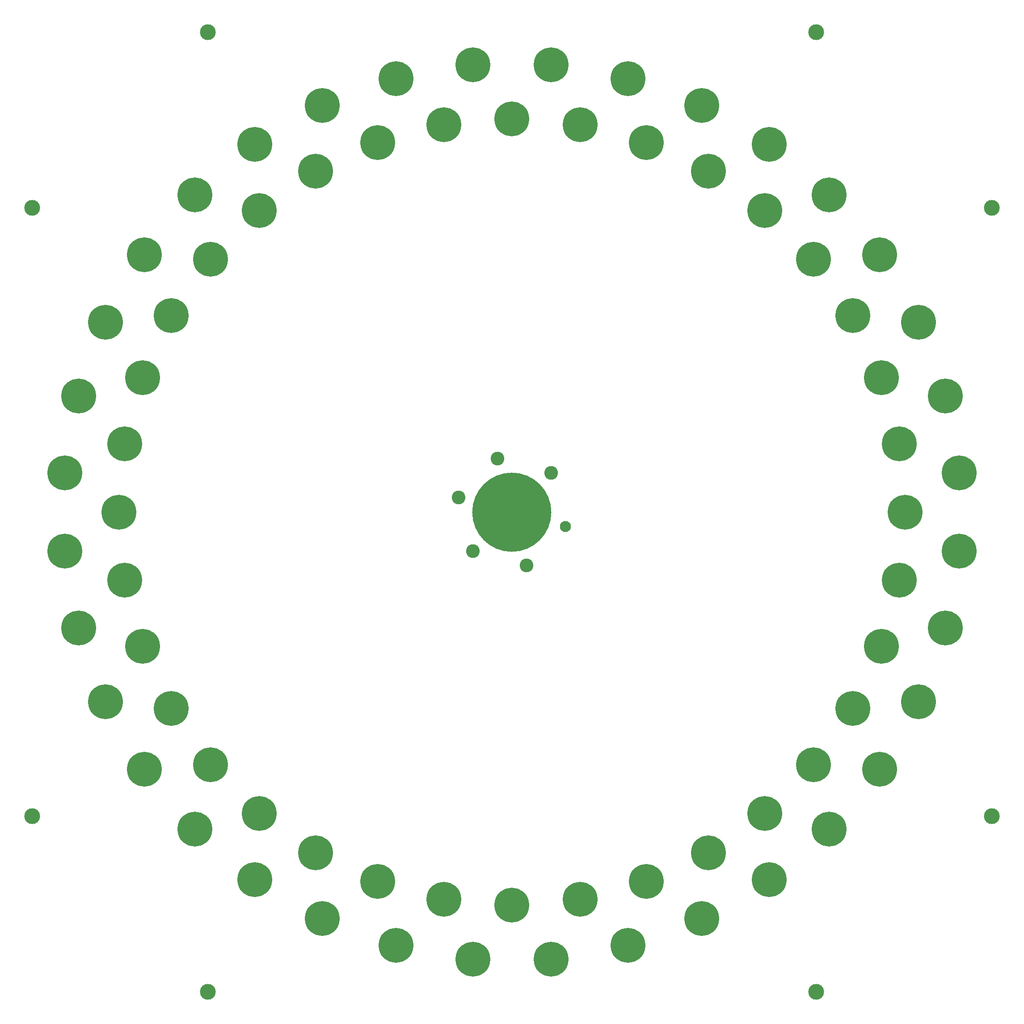
<source format=gbr>
%TF.GenerationSoftware,KiCad,Pcbnew,(6.99.0-5491-g7da98a447a)*%
%TF.CreationDate,2023-01-23T18:35:12+01:00*%
%TF.ProjectId,flywheel,666c7977-6865-4656-9c2e-6b696361645f,rev?*%
%TF.SameCoordinates,Original*%
%TF.FileFunction,Copper,L1,Top*%
%TF.FilePolarity,Positive*%
%FSLAX46Y46*%
G04 Gerber Fmt 4.6, Leading zero omitted, Abs format (unit mm)*
G04 Created by KiCad (PCBNEW (6.99.0-5491-g7da98a447a)) date 2023-01-23 18:35:12*
%MOMM*%
%LPD*%
G01*
G04 APERTURE LIST*
%TA.AperFunction,ViaPad*%
%ADD10C,3.000000*%
%TD*%
%TA.AperFunction,ViaPad*%
%ADD11C,15.000000*%
%TD*%
%TA.AperFunction,ViaPad*%
%ADD12C,6.600000*%
%TD*%
%TA.AperFunction,ViaPad*%
%ADD13C,2.100000*%
%TD*%
%TA.AperFunction,ViaPad*%
%ADD14C,2.600000*%
%TD*%
G04 APERTURE END LIST*
D10*
%TO.N,*%
X203097142Y-196642340D03*
X236326671Y-163407441D03*
X54599348Y-163411930D03*
X87834247Y-196641459D03*
X87829758Y-14914136D03*
X54600229Y-48149035D03*
X236327552Y-48144546D03*
X203092653Y-14915017D03*
D11*
X145463450Y-105778238D03*
D12*
X193351127Y-48707928D03*
X152871688Y-21101688D03*
X80944557Y-143028236D03*
X132526661Y-179146415D03*
X138055212Y-190454788D03*
X97575775Y-48707927D03*
X123463831Y-23674542D03*
X193351127Y-48707927D03*
X205567526Y-165882314D03*
X60786900Y-113186476D03*
D13*
X155605671Y-108495838D03*
D12*
X119982950Y-175785339D03*
X227567146Y-83778619D03*
X145463451Y-31278239D03*
X193351125Y-162848549D03*
X138055212Y-21101688D03*
D14*
X152888071Y-98353617D03*
D12*
X215091374Y-154532235D03*
X123463831Y-187881934D03*
X96709453Y-175406162D03*
X202533761Y-153665915D03*
D14*
X148181050Y-115920459D03*
D12*
X80944557Y-68528238D03*
X88393139Y-57890561D03*
X108213450Y-170297131D03*
X194217447Y-36150314D03*
X205567526Y-165882314D03*
X88393140Y-57890561D03*
X152871688Y-190454788D03*
X85359374Y-165882314D03*
X96709453Y-36150314D03*
X181386003Y-182814400D03*
X70963451Y-105778237D03*
X72095273Y-118715026D03*
X222499612Y-141700791D03*
X194217447Y-175406162D03*
X202533760Y-153665915D03*
X167463069Y-187881934D03*
X72095273Y-92841449D03*
X63359754Y-127777857D03*
X68427288Y-69855685D03*
X68427288Y-141700791D03*
X75456349Y-80297738D03*
X60786900Y-98370000D03*
D14*
X138038829Y-113202859D03*
D12*
X158400238Y-179146415D03*
X215091374Y-57024241D03*
X227567146Y-127777857D03*
D14*
X142745850Y-95636017D03*
D12*
X218831627Y-118715027D03*
X209982343Y-143028238D03*
X119982951Y-35771137D03*
X167463069Y-23674542D03*
X170943950Y-35771137D03*
X170943949Y-175785339D03*
X205567526Y-45674162D03*
X219963449Y-105778239D03*
X85359374Y-165882314D03*
X75456349Y-131258737D03*
X97575773Y-162848548D03*
X209982343Y-68528240D03*
X75835526Y-154532235D03*
X182713450Y-41259345D03*
X230140000Y-98370000D03*
X132526662Y-32410061D03*
X75835526Y-57024241D03*
D14*
X135321229Y-103060638D03*
D12*
X109540897Y-182814400D03*
X97575773Y-162848549D03*
X215470551Y-131258738D03*
X88393139Y-153665913D03*
X158400239Y-32410061D03*
X205567526Y-45674162D03*
X218831627Y-92841450D03*
X181386003Y-28742076D03*
X63359754Y-83778619D03*
X182713448Y-170297131D03*
X202533761Y-57890563D03*
X85359374Y-45674162D03*
X215470551Y-80297739D03*
X85359374Y-45674162D03*
X108213452Y-41259345D03*
X222499612Y-69855685D03*
X230140000Y-113186476D03*
X145463449Y-180278237D03*
X109540897Y-28742076D03*
%TD*%
M02*

</source>
